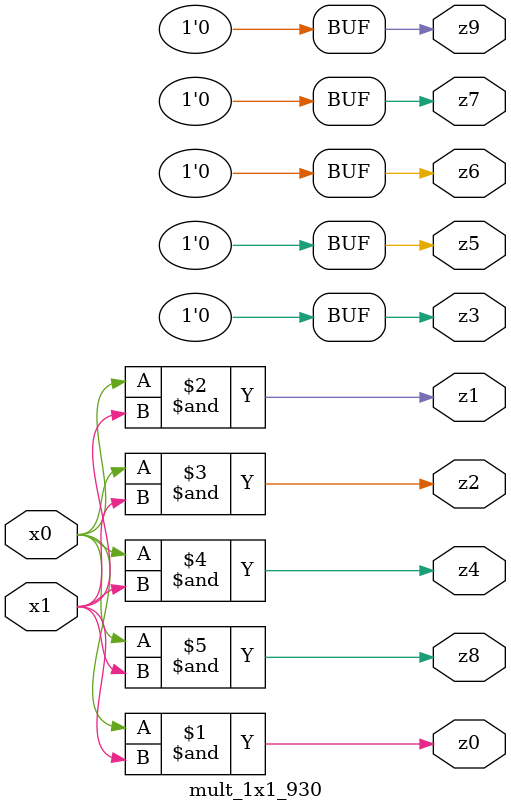
<source format=v>

module mult_1x1_930 ( 
    x0, x1,
    z0, z1, z2, z3, z4, z5, z6, z7, z8, z9  );
  input  x0, x1;
  output z0, z1, z2, z3, z4, z5, z6, z7, z8, z9;
  assign z3 = 1'b0;
  assign z0 = x0 & x1;
  assign z1 = x0 & x1;
  assign z2 = x0 & x1;
  assign z4 = x0 & x1;
  assign z5 = z3;
  assign z6 = z3;
  assign z7 = z3;
  assign z8 = x0 & x1;
  assign z9 = z3;
endmodule



</source>
